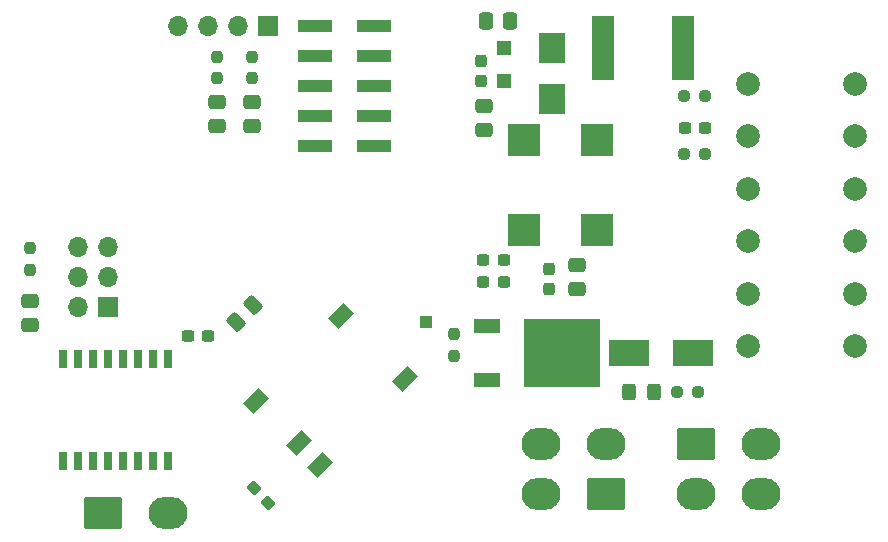
<source format=gbs>
%TF.GenerationSoftware,KiCad,Pcbnew,(6.0.11)*%
%TF.CreationDate,2023-05-09T17:29:38+10:00*%
%TF.ProjectId,LV_MASTER_A_SAMPLE,4c565f4d-4153-4544-9552-5f415f53414d,1*%
%TF.SameCoordinates,Original*%
%TF.FileFunction,Soldermask,Bot*%
%TF.FilePolarity,Negative*%
%FSLAX46Y46*%
G04 Gerber Fmt 4.6, Leading zero omitted, Abs format (unit mm)*
G04 Created by KiCad (PCBNEW (6.0.11)) date 2023-05-09 17:29:38*
%MOMM*%
%LPD*%
G01*
G04 APERTURE LIST*
G04 Aperture macros list*
%AMRoundRect*
0 Rectangle with rounded corners*
0 $1 Rounding radius*
0 $2 $3 $4 $5 $6 $7 $8 $9 X,Y pos of 4 corners*
0 Add a 4 corners polygon primitive as box body*
4,1,4,$2,$3,$4,$5,$6,$7,$8,$9,$2,$3,0*
0 Add four circle primitives for the rounded corners*
1,1,$1+$1,$2,$3*
1,1,$1+$1,$4,$5*
1,1,$1+$1,$6,$7*
1,1,$1+$1,$8,$9*
0 Add four rect primitives between the rounded corners*
20,1,$1+$1,$2,$3,$4,$5,0*
20,1,$1+$1,$4,$5,$6,$7,0*
20,1,$1+$1,$6,$7,$8,$9,0*
20,1,$1+$1,$8,$9,$2,$3,0*%
%AMRotRect*
0 Rectangle, with rotation*
0 The origin of the aperture is its center*
0 $1 length*
0 $2 width*
0 $3 Rotation angle, in degrees counterclockwise*
0 Add horizontal line*
21,1,$1,$2,0,0,$3*%
G04 Aperture macros list end*
%ADD10C,2.000000*%
%ADD11RoundRect,0.237500X0.237500X-0.300000X0.237500X0.300000X-0.237500X0.300000X-0.237500X-0.300000X0*%
%ADD12R,2.300000X2.500000*%
%ADD13R,0.800000X1.595000*%
%ADD14RoundRect,0.250000X-0.475000X0.337500X-0.475000X-0.337500X0.475000X-0.337500X0.475000X0.337500X0*%
%ADD15R,1.700000X1.700000*%
%ADD16O,1.700000X1.700000*%
%ADD17RoundRect,0.237500X-0.237500X0.250000X-0.237500X-0.250000X0.237500X-0.250000X0.237500X0.250000X0*%
%ADD18RoundRect,0.237500X-0.250000X-0.237500X0.250000X-0.237500X0.250000X0.237500X-0.250000X0.237500X0*%
%ADD19RoundRect,0.250000X-0.325000X-0.450000X0.325000X-0.450000X0.325000X0.450000X-0.325000X0.450000X0*%
%ADD20RoundRect,0.250000X-0.097227X0.574524X-0.574524X0.097227X0.097227X-0.574524X0.574524X-0.097227X0*%
%ADD21RoundRect,0.237500X0.300000X0.237500X-0.300000X0.237500X-0.300000X-0.237500X0.300000X-0.237500X0*%
%ADD22R,3.500000X2.300000*%
%ADD23R,1.000000X1.000000*%
%ADD24RoundRect,0.250000X0.475000X-0.337500X0.475000X0.337500X-0.475000X0.337500X-0.475000X-0.337500X0*%
%ADD25RoundRect,0.250001X-1.399999X1.099999X-1.399999X-1.099999X1.399999X-1.099999X1.399999X1.099999X0*%
%ADD26O,3.300000X2.700000*%
%ADD27R,2.700000X2.700000*%
%ADD28RoundRect,0.250000X0.337500X0.475000X-0.337500X0.475000X-0.337500X-0.475000X0.337500X-0.475000X0*%
%ADD29RotRect,1.200000X1.800000X135.000000*%
%ADD30R,1.920000X5.450000*%
%ADD31RoundRect,0.250001X1.399999X-1.099999X1.399999X1.099999X-1.399999X1.099999X-1.399999X-1.099999X0*%
%ADD32RoundRect,0.237500X0.250000X0.237500X-0.250000X0.237500X-0.250000X-0.237500X0.250000X-0.237500X0*%
%ADD33R,1.200000X1.200000*%
%ADD34R,2.200000X1.200000*%
%ADD35R,6.400000X5.800000*%
%ADD36RoundRect,0.237500X-0.380070X0.044194X0.044194X-0.380070X0.380070X-0.044194X-0.044194X0.380070X0*%
%ADD37R,3.000000X1.000000*%
G04 APERTURE END LIST*
D10*
%TO.C,J1*%
X172567600Y-102006400D03*
X172567600Y-97566400D03*
X172567600Y-93116400D03*
X172567600Y-88676400D03*
X172567600Y-84226400D03*
X172567600Y-79786400D03*
X181687600Y-102006400D03*
X181687600Y-97566400D03*
X181687600Y-93116400D03*
X181687600Y-88676400D03*
X181687600Y-84226400D03*
X181687600Y-79786400D03*
%TD*%
D11*
%TO.C,C50*%
X155766200Y-97166300D03*
X155766200Y-95441300D03*
%TD*%
D12*
%TO.C,D4*%
X155957600Y-76723200D03*
X155957600Y-81023200D03*
%TD*%
D13*
%TO.C,T1*%
X123457400Y-111733000D03*
X122187400Y-111733000D03*
X120917400Y-111733000D03*
X119647400Y-111733000D03*
X118377400Y-111733000D03*
X117107400Y-111733000D03*
X115837400Y-111733000D03*
X114567400Y-111733000D03*
X114567400Y-103029000D03*
X115837400Y-103029000D03*
X117107400Y-103029000D03*
X118377400Y-103029000D03*
X119647400Y-103029000D03*
X120917400Y-103029000D03*
X122187400Y-103029000D03*
X123457400Y-103029000D03*
%TD*%
D14*
%TO.C,C20*%
X150254400Y-81629300D03*
X150254400Y-83704300D03*
%TD*%
D15*
%TO.C,J2*%
X131966400Y-74894400D03*
D16*
X129426400Y-74894400D03*
X126886400Y-74894400D03*
X124346400Y-74894400D03*
%TD*%
D14*
%TO.C,D2*%
X127648400Y-81299100D03*
X127648400Y-83374100D03*
%TD*%
D17*
%TO.C,R2*%
X127648400Y-77461700D03*
X127648400Y-79286700D03*
%TD*%
D11*
%TO.C,C21*%
X149949600Y-79574000D03*
X149949600Y-77849000D03*
%TD*%
D17*
%TO.C,R26*%
X147714400Y-100982100D03*
X147714400Y-102807100D03*
%TD*%
D18*
%TO.C,R27*%
X166564550Y-105831600D03*
X168389550Y-105831600D03*
%TD*%
D19*
%TO.C,D9*%
X162541850Y-105831600D03*
X164591850Y-105831600D03*
%TD*%
D20*
%TO.C,C17*%
X130718823Y-98468577D03*
X129251577Y-99935823D03*
%TD*%
D21*
%TO.C,C23*%
X151904300Y-96509800D03*
X150179300Y-96509800D03*
%TD*%
D18*
%TO.C,R7*%
X167145400Y-85699650D03*
X168970400Y-85699650D03*
%TD*%
D22*
%TO.C,D8*%
X162548000Y-102529600D03*
X167948000Y-102529600D03*
%TD*%
D23*
%TO.C,BL_RLY*%
X145301400Y-99964200D03*
%TD*%
D14*
%TO.C,D3*%
X130565400Y-81299100D03*
X130565400Y-83374100D03*
%TD*%
D17*
%TO.C,R3*%
X130565400Y-77461700D03*
X130565400Y-79286700D03*
%TD*%
D14*
%TO.C,D1*%
X111773400Y-98117800D03*
X111773400Y-100192800D03*
%TD*%
D21*
%TO.C,C37*%
X168974200Y-83479600D03*
X167249200Y-83479600D03*
%TD*%
%TO.C,C38*%
X126859900Y-101081800D03*
X125134900Y-101081800D03*
%TD*%
D24*
%TO.C,C24*%
X158128400Y-97166300D03*
X158128400Y-95091300D03*
%TD*%
D17*
%TO.C,R1*%
X111773400Y-93670800D03*
X111773400Y-95495800D03*
%TD*%
D25*
%TO.C,J7*%
X168213400Y-110304700D03*
D26*
X168213400Y-114504700D03*
X173713400Y-110304700D03*
X173713400Y-114504700D03*
%TD*%
D27*
%TO.C,L1*%
X153621400Y-84495600D03*
X153621400Y-92115600D03*
X159831400Y-92115600D03*
X159841400Y-84495600D03*
%TD*%
D28*
%TO.C,C16*%
X152467100Y-74437200D03*
X150392100Y-74437200D03*
%TD*%
D29*
%TO.C,PS1*%
X136330920Y-112011434D03*
X134534869Y-110215383D03*
X130942767Y-106623281D03*
X138155256Y-99410792D03*
X143543409Y-104798945D03*
%TD*%
D15*
%TO.C,J3*%
X118397400Y-98653800D03*
D16*
X115857400Y-98653800D03*
X118397400Y-96113800D03*
X115857400Y-96113800D03*
X118397400Y-93573800D03*
X115857400Y-93573800D03*
%TD*%
D30*
%TO.C,F1*%
X167082800Y-76723200D03*
X160312800Y-76723200D03*
%TD*%
D25*
%TO.C,J5*%
X117946800Y-116118600D03*
D26*
X123446800Y-116118600D03*
%TD*%
D31*
%TO.C,J6*%
X160565600Y-114504700D03*
D26*
X160565600Y-110304700D03*
X155065600Y-114504700D03*
X155065600Y-110304700D03*
%TD*%
D32*
%TO.C,R6*%
X168975300Y-80812600D03*
X167150300Y-80812600D03*
%TD*%
D21*
%TO.C,C22*%
X151904300Y-94681000D03*
X150179300Y-94681000D03*
%TD*%
D33*
%TO.C,D5*%
X151912200Y-79574000D03*
X151912200Y-76774000D03*
%TD*%
D34*
%TO.C,Q1*%
X150499400Y-104809600D03*
D35*
X156799400Y-102529600D03*
D34*
X150499400Y-100249600D03*
%TD*%
D36*
%TO.C,C13*%
X130746920Y-114010120D03*
X131966680Y-115229880D03*
%TD*%
D37*
%TO.C,J4*%
X135898000Y-74843600D03*
X140938000Y-74843600D03*
X135898000Y-77383600D03*
X140938000Y-77383600D03*
X135898000Y-79923600D03*
X140938000Y-79923600D03*
X135898000Y-82463600D03*
X140938000Y-82463600D03*
X135898000Y-85003600D03*
X140938000Y-85003600D03*
%TD*%
M02*

</source>
